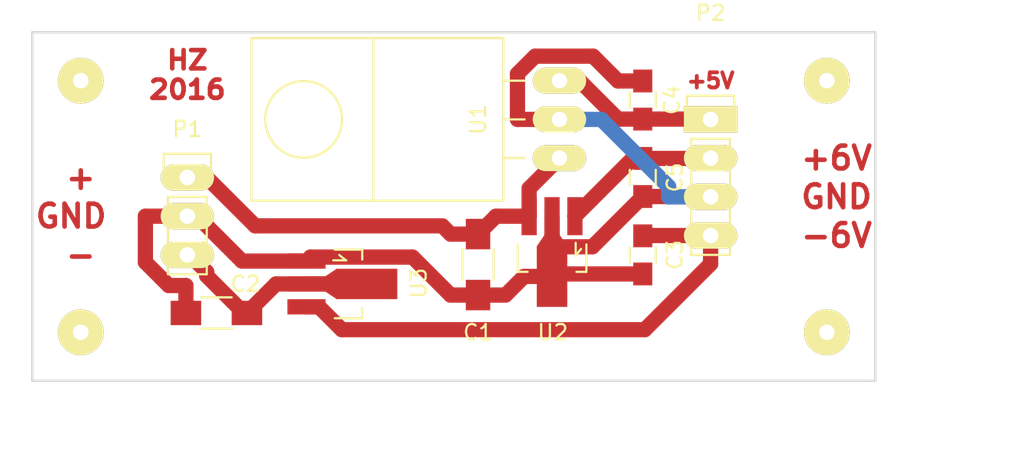
<source format=kicad_pcb>
(kicad_pcb (version 20171130) (host pcbnew "(5.1.12)-1")

  (general
    (thickness 1.6)
    (drawings 14)
    (tracks 77)
    (zones 0)
    (modules 14)
    (nets 7)
  )

  (page A4)
  (layers
    (0 F.Cu signal)
    (31 B.Cu signal)
    (32 B.Adhes user)
    (33 F.Adhes user)
    (34 B.Paste user)
    (35 F.Paste user)
    (36 B.SilkS user)
    (37 F.SilkS user)
    (38 B.Mask user)
    (39 F.Mask user hide)
    (40 Dwgs.User user)
    (41 Cmts.User user)
    (42 Eco1.User user)
    (43 Eco2.User user)
    (44 Edge.Cuts user)
    (45 Margin user)
    (46 B.CrtYd user)
    (47 F.CrtYd user)
    (48 B.Fab user)
    (49 F.Fab user)
  )

  (setup
    (last_trace_width 1)
    (trace_clearance 0.25)
    (zone_clearance 0.8)
    (zone_45_only no)
    (trace_min 0.2)
    (via_size 0.8)
    (via_drill 0.4)
    (via_min_size 0.4)
    (via_min_drill 0.3)
    (uvia_size 0.3)
    (uvia_drill 0.1)
    (uvias_allowed no)
    (uvia_min_size 0.2)
    (uvia_min_drill 0.1)
    (edge_width 0.15)
    (segment_width 0.2)
    (pcb_text_width 0.3)
    (pcb_text_size 1.5 1.5)
    (mod_edge_width 0.15)
    (mod_text_size 1 1)
    (mod_text_width 0.15)
    (pad_size 3 3)
    (pad_drill 1.016)
    (pad_to_mask_clearance 0.2)
    (aux_axis_origin 0 0)
    (visible_elements 7FFFFFFF)
    (pcbplotparams
      (layerselection 0x00000_7fffffff)
      (usegerberextensions false)
      (usegerberattributes true)
      (usegerberadvancedattributes true)
      (creategerberjobfile true)
      (excludeedgelayer true)
      (linewidth 0.100000)
      (plotframeref false)
      (viasonmask false)
      (mode 1)
      (useauxorigin false)
      (hpglpennumber 1)
      (hpglpenspeed 20)
      (hpglpendiameter 15.000000)
      (psnegative true)
      (psa4output false)
      (plotreference true)
      (plotvalue true)
      (plotinvisibletext false)
      (padsonsilk false)
      (subtractmaskfromsilk false)
      (outputformat 2)
      (mirror true)
      (drillshape 1)
      (scaleselection 1)
      (outputdirectory ""))
  )

  (net 0 "")
  (net 1 GND)
  (net 2 /-6V)
  (net 3 /+5V)
  (net 4 /+6V)
  (net 5 /+15V)
  (net 6 /-15V)

  (net_class Default "This is the default net class."
    (clearance 0.25)
    (trace_width 1)
    (via_dia 0.8)
    (via_drill 0.4)
    (uvia_dia 0.3)
    (uvia_drill 0.1)
    (add_net /+15V)
    (add_net /+5V)
    (add_net /+6V)
    (add_net /-15V)
    (add_net /-6V)
    (add_net GND)
  )

  (module Pin_Headers:Pin_Header_Straight_1x01 locked (layer F.Cu) (tedit 7FFFFFFF) (tstamp 581BDCE9)
    (at 162.56 70.485)
    (descr "Through hole pin header")
    (tags "pin header")
    (fp_text reference R_4 (at 0 -5.1) (layer F.SilkS) hide
      (effects (font (size 1 1) (thickness 0.15)))
    )
    (fp_text value D (at 0 -3.1) (layer F.Fab) hide
      (effects (font (size 1 1) (thickness 0.15)))
    )
    (pad 1 thru_hole circle (at 0 0) (size 3 3) (drill 1.016) (layers *.Cu *.Mask F.SilkS))
  )

  (module Pin_Headers:Pin_Header_Straight_1x01 locked (layer F.Cu) (tedit 7FFFFFFF) (tstamp 581BDCE1)
    (at 162.56 53.975)
    (descr "Through hole pin header")
    (tags "pin header")
    (fp_text reference R_3 (at 0 -5.1) (layer F.SilkS) hide
      (effects (font (size 1 1) (thickness 0.15)))
    )
    (fp_text value D (at 0 -3.1) (layer F.Fab) hide
      (effects (font (size 1 1) (thickness 0.15)))
    )
    (pad 1 thru_hole circle (at 0 0) (size 3 3) (drill 1.016) (layers *.Cu *.Mask F.SilkS))
  )

  (module Pin_Headers:Pin_Header_Straight_1x01 locked (layer F.Cu) (tedit 7FFFFFFF) (tstamp 581BDCD8)
    (at 113.665 70.485)
    (descr "Through hole pin header")
    (tags "pin header")
    (fp_text reference R_2 (at 0 -5.1) (layer F.SilkS) hide
      (effects (font (size 1 1) (thickness 0.15)))
    )
    (fp_text value D (at 0 -3.1) (layer F.Fab) hide
      (effects (font (size 1 1) (thickness 0.15)))
    )
    (pad 1 thru_hole circle (at 0 0) (size 3 3) (drill 1.016) (layers *.Cu *.Mask F.SilkS))
  )

  (module Pin_Headers:Pin_Header_Straight_1x01 locked (layer F.Cu) (tedit 7FFFFFFF) (tstamp 581BDC31)
    (at 113.665 53.975)
    (descr "Through hole pin header")
    (tags "pin header")
    (fp_text reference R (at 0 -5.1) (layer F.SilkS) hide
      (effects (font (size 1 1) (thickness 0.15)))
    )
    (fp_text value D (at 0 -3.1) (layer F.Fab) hide
      (effects (font (size 1 1) (thickness 0.15)))
    )
    (pad 1 thru_hole circle (at 0 0) (size 3 3) (drill 1.016) (layers *.Cu *.Mask F.SilkS))
  )

  (module Capacitors_SMD:C_1206_HandSoldering (layer F.Cu) (tedit 7FFFFFFF) (tstamp 5819C585)
    (at 139.7 66.04 270)
    (descr "Capacitor SMD 1206, hand soldering")
    (tags "capacitor 1206")
    (path /58182486)
    (attr smd)
    (fp_text reference C1 (at 4.445 0) (layer F.SilkS)
      (effects (font (size 1 1) (thickness 0.15)))
    )
    (fp_text value 10u (at 0 2.3 270) (layer F.Fab)
      (effects (font (size 1 1) (thickness 0.15)))
    )
    (fp_line (start -1 1.025) (end 1 1.025) (layer F.SilkS) (width 0.15))
    (fp_line (start 1 -1.025) (end -1 -1.025) (layer F.SilkS) (width 0.15))
    (fp_line (start 3.3 -1.15) (end 3.3 1.15) (layer F.CrtYd) (width 0.05))
    (fp_line (start -3.3 -1.15) (end -3.3 1.15) (layer F.CrtYd) (width 0.05))
    (fp_line (start -3.3 1.15) (end 3.3 1.15) (layer F.CrtYd) (width 0.05))
    (fp_line (start -3.3 -1.15) (end 3.3 -1.15) (layer F.CrtYd) (width 0.05))
    (pad 1 smd rect (at -2 0 270) (size 2 1.6) (layers F.Cu F.Paste F.Mask)
      (net 5 /+15V))
    (pad 2 smd rect (at 2 0 270) (size 2 1.6) (layers F.Cu F.Paste F.Mask)
      (net 1 GND))
    (model Capacitors_SMD.3dshapes/C_1206_HandSoldering.wrl
      (at (xyz 0 0 0))
      (scale (xyz 1 1 1))
      (rotate (xyz 0 0 0))
    )
  )

  (module Capacitors_SMD:C_1206_HandSoldering (layer F.Cu) (tedit 7FFFFFFF) (tstamp 5819C591)
    (at 122.555 69.215 180)
    (descr "Capacitor SMD 1206, hand soldering")
    (tags "capacitor 1206")
    (path /581825EB)
    (attr smd)
    (fp_text reference C2 (at -1.905 1.905 180) (layer F.SilkS)
      (effects (font (size 1 1) (thickness 0.15)))
    )
    (fp_text value 10u (at 0 2.3 180) (layer F.Fab)
      (effects (font (size 1 1) (thickness 0.15)))
    )
    (fp_line (start -3.3 -1.15) (end 3.3 -1.15) (layer F.CrtYd) (width 0.05))
    (fp_line (start -3.3 1.15) (end 3.3 1.15) (layer F.CrtYd) (width 0.05))
    (fp_line (start -3.3 -1.15) (end -3.3 1.15) (layer F.CrtYd) (width 0.05))
    (fp_line (start 3.3 -1.15) (end 3.3 1.15) (layer F.CrtYd) (width 0.05))
    (fp_line (start 1 -1.025) (end -1 -1.025) (layer F.SilkS) (width 0.15))
    (fp_line (start -1 1.025) (end 1 1.025) (layer F.SilkS) (width 0.15))
    (pad 2 smd rect (at 2 0 180) (size 2 1.6) (layers F.Cu F.Paste F.Mask)
      (net 1 GND))
    (pad 1 smd rect (at -2 0 180) (size 2 1.6) (layers F.Cu F.Paste F.Mask)
      (net 6 /-15V))
    (model Capacitors_SMD.3dshapes/C_1206_HandSoldering.wrl
      (at (xyz 0 0 0))
      (scale (xyz 1 1 1))
      (rotate (xyz 0 0 0))
    )
  )

  (module Capacitors_SMD:C_0805_HandSoldering (layer F.Cu) (tedit 7FFFFFFF) (tstamp 5819C59D)
    (at 150.495 65.405 270)
    (descr "Capacitor SMD 0805, hand soldering")
    (tags "capacitor 0805")
    (path /58182A0E)
    (attr smd)
    (fp_text reference C3 (at 0 -2.1 270) (layer F.SilkS)
      (effects (font (size 1 1) (thickness 0.15)))
    )
    (fp_text value 100n (at 0 2.1 270) (layer F.Fab)
      (effects (font (size 1 1) (thickness 0.15)))
    )
    (fp_line (start -0.5 0.85) (end 0.5 0.85) (layer F.SilkS) (width 0.15))
    (fp_line (start 0.5 -0.85) (end -0.5 -0.85) (layer F.SilkS) (width 0.15))
    (fp_line (start 2.3 -1) (end 2.3 1) (layer F.CrtYd) (width 0.05))
    (fp_line (start -2.3 -1) (end -2.3 1) (layer F.CrtYd) (width 0.05))
    (fp_line (start -2.3 1) (end 2.3 1) (layer F.CrtYd) (width 0.05))
    (fp_line (start -2.3 -1) (end 2.3 -1) (layer F.CrtYd) (width 0.05))
    (pad 1 smd rect (at -1.25 0 270) (size 1.5 1.25) (layers F.Cu F.Paste F.Mask)
      (net 2 /-6V))
    (pad 2 smd rect (at 1.25 0 270) (size 1.5 1.25) (layers F.Cu F.Paste F.Mask)
      (net 1 GND))
    (model Capacitors_SMD.3dshapes/C_0805_HandSoldering.wrl
      (at (xyz 0 0 0))
      (scale (xyz 1 1 1))
      (rotate (xyz 0 0 0))
    )
  )

  (module Capacitors_SMD:C_0805_HandSoldering (layer F.Cu) (tedit 7FFFFFFF) (tstamp 5819C5A9)
    (at 150.495 55.245 90)
    (descr "Capacitor SMD 0805, hand soldering")
    (tags "capacitor 0805")
    (path /5818283B)
    (attr smd)
    (fp_text reference C4 (at 0 1.905 90) (layer F.SilkS)
      (effects (font (size 1 1) (thickness 0.15)))
    )
    (fp_text value 100n (at 0 -1.905 90) (layer F.Fab)
      (effects (font (size 1 1) (thickness 0.15)))
    )
    (fp_line (start -0.5 0.85) (end 0.5 0.85) (layer F.SilkS) (width 0.15))
    (fp_line (start 0.5 -0.85) (end -0.5 -0.85) (layer F.SilkS) (width 0.15))
    (fp_line (start 2.3 -1) (end 2.3 1) (layer F.CrtYd) (width 0.05))
    (fp_line (start -2.3 -1) (end -2.3 1) (layer F.CrtYd) (width 0.05))
    (fp_line (start -2.3 1) (end 2.3 1) (layer F.CrtYd) (width 0.05))
    (fp_line (start -2.3 -1) (end 2.3 -1) (layer F.CrtYd) (width 0.05))
    (pad 1 smd rect (at -1.25 0 90) (size 1.5 1.25) (layers F.Cu F.Paste F.Mask)
      (net 3 /+5V))
    (pad 2 smd rect (at 1.25 0 90) (size 1.5 1.25) (layers F.Cu F.Paste F.Mask)
      (net 1 GND))
    (model Capacitors_SMD.3dshapes/C_0805_HandSoldering.wrl
      (at (xyz 0 0 0))
      (scale (xyz 1 1 1))
      (rotate (xyz 0 0 0))
    )
  )

  (module Capacitors_SMD:C_0805_HandSoldering (layer F.Cu) (tedit 7FFFFFFF) (tstamp 5819C5B5)
    (at 150.495 60.325 270)
    (descr "Capacitor SMD 0805, hand soldering")
    (tags "capacitor 0805")
    (path /581829A1)
    (attr smd)
    (fp_text reference C5 (at 0 -2.1 270) (layer F.SilkS)
      (effects (font (size 1 1) (thickness 0.15)))
    )
    (fp_text value 100n (at 0 2.1 270) (layer F.Fab)
      (effects (font (size 1 1) (thickness 0.15)))
    )
    (fp_line (start -2.3 -1) (end 2.3 -1) (layer F.CrtYd) (width 0.05))
    (fp_line (start -2.3 1) (end 2.3 1) (layer F.CrtYd) (width 0.05))
    (fp_line (start -2.3 -1) (end -2.3 1) (layer F.CrtYd) (width 0.05))
    (fp_line (start 2.3 -1) (end 2.3 1) (layer F.CrtYd) (width 0.05))
    (fp_line (start 0.5 -0.85) (end -0.5 -0.85) (layer F.SilkS) (width 0.15))
    (fp_line (start -0.5 0.85) (end 0.5 0.85) (layer F.SilkS) (width 0.15))
    (pad 2 smd rect (at 1.25 0 270) (size 1.5 1.25) (layers F.Cu F.Paste F.Mask)
      (net 1 GND))
    (pad 1 smd rect (at -1.25 0 270) (size 1.5 1.25) (layers F.Cu F.Paste F.Mask)
      (net 4 /+6V))
    (model Capacitors_SMD.3dshapes/C_0805_HandSoldering.wrl
      (at (xyz 0 0 0))
      (scale (xyz 1 1 1))
      (rotate (xyz 0 0 0))
    )
  )

  (module Pin_Headers:Pin_Header_Straight_1x03 (layer F.Cu) (tedit 7FFFFFFF) (tstamp 5819C5C7)
    (at 120.65 60.325)
    (descr "Through hole pin header")
    (tags "pin header")
    (path /58181C96)
    (fp_text reference P1 (at 0 -3.175) (layer F.SilkS)
      (effects (font (size 1 1) (thickness 0.15)))
    )
    (fp_text value CONN_01X03 (at -11.43 0.635 90) (layer F.Fab)
      (effects (font (size 1 1) (thickness 0.15)))
    )
    (fp_line (start -1.55 -1.55) (end 1.55 -1.55) (layer F.SilkS) (width 0.15))
    (fp_line (start -1.55 0) (end -1.55 -1.55) (layer F.SilkS) (width 0.15))
    (fp_line (start 1.27 1.27) (end -1.27 1.27) (layer F.SilkS) (width 0.15))
    (fp_line (start 1.55 -1.55) (end 1.55 0) (layer F.SilkS) (width 0.15))
    (fp_line (start 1.27 6.35) (end 1.27 1.27) (layer F.SilkS) (width 0.15))
    (fp_line (start -1.27 6.35) (end 1.27 6.35) (layer F.SilkS) (width 0.15))
    (fp_line (start -1.27 1.27) (end -1.27 6.35) (layer F.SilkS) (width 0.15))
    (fp_line (start -1.75 6.85) (end 1.75 6.85) (layer F.CrtYd) (width 0.05))
    (fp_line (start -1.75 -1.75) (end 1.75 -1.75) (layer F.CrtYd) (width 0.05))
    (fp_line (start 1.75 -1.75) (end 1.75 6.85) (layer F.CrtYd) (width 0.05))
    (fp_line (start -1.75 -1.75) (end -1.75 6.85) (layer F.CrtYd) (width 0.05))
    (pad 1 thru_hole oval (at 0 0) (size 3.5 1.7272) (drill 1.016) (layers *.Cu *.Mask F.SilkS)
      (net 5 /+15V))
    (pad 2 thru_hole oval (at 0 2.54) (size 3.5 1.7272) (drill 1.016) (layers *.Cu *.Mask F.SilkS)
      (net 1 GND))
    (pad 3 thru_hole oval (at 0 5.08) (size 3.5 1.7272) (drill 1.016) (layers *.Cu *.Mask F.SilkS)
      (net 6 /-15V))
    (model Pin_Headers.3dshapes/Pin_Header_Straight_1x03.wrl
      (offset (xyz 0 -2.539999961853027 0))
      (scale (xyz 1 1 1))
      (rotate (xyz 0 0 90))
    )
  )

  (module Pin_Headers:Pin_Header_Straight_1x04 (layer F.Cu) (tedit 7FFFFFFF) (tstamp 5819C5DA)
    (at 154.94 56.515)
    (descr "Through hole pin header")
    (tags "pin header")
    (path /58181D0A)
    (fp_text reference P2 (at 0 -6.985) (layer F.SilkS)
      (effects (font (size 1 1) (thickness 0.15)))
    )
    (fp_text value CONN_01X04 (at 12.065 1.905 90) (layer F.Fab)
      (effects (font (size 1 1) (thickness 0.15)))
    )
    (fp_line (start -1.55 -1.55) (end 1.55 -1.55) (layer F.SilkS) (width 0.15))
    (fp_line (start -1.55 0) (end -1.55 -1.55) (layer F.SilkS) (width 0.15))
    (fp_line (start 1.27 1.27) (end -1.27 1.27) (layer F.SilkS) (width 0.15))
    (fp_line (start -1.27 8.89) (end 1.27 8.89) (layer F.SilkS) (width 0.15))
    (fp_line (start 1.55 -1.55) (end 1.55 0) (layer F.SilkS) (width 0.15))
    (fp_line (start 1.27 1.27) (end 1.27 8.89) (layer F.SilkS) (width 0.15))
    (fp_line (start -1.27 1.27) (end -1.27 8.89) (layer F.SilkS) (width 0.15))
    (fp_line (start -1.75 9.4) (end 1.75 9.4) (layer F.CrtYd) (width 0.05))
    (fp_line (start -1.75 -1.75) (end 1.75 -1.75) (layer F.CrtYd) (width 0.05))
    (fp_line (start 1.75 -1.75) (end 1.75 9.4) (layer F.CrtYd) (width 0.05))
    (fp_line (start -1.75 -1.75) (end -1.75 9.4) (layer F.CrtYd) (width 0.05))
    (pad 1 thru_hole rect (at 0 0) (size 3.5 1.7272) (drill 1.016) (layers *.Cu *.Mask F.SilkS)
      (net 3 /+5V))
    (pad 2 thru_hole oval (at 0 2.54) (size 3.5 1.7272) (drill 1.016) (layers *.Cu *.Mask F.SilkS)
      (net 4 /+6V))
    (pad 3 thru_hole oval (at 0 5.08) (size 3.5 1.7272) (drill 1.016) (layers *.Cu *.Mask F.SilkS)
      (net 1 GND))
    (pad 4 thru_hole oval (at 0 7.62) (size 3.5 1.7272) (drill 1.016) (layers *.Cu *.Mask F.SilkS)
      (net 2 /-6V))
    (model Pin_Headers.3dshapes/Pin_Header_Straight_1x04.wrl
      (offset (xyz 0 -3.809999942779541 0))
      (scale (xyz 1 1 1))
      (rotate (xyz 0 0 90))
    )
  )

  (module TO_SOT_Packages_SMD:SOT89-3_Housing_Handsoldering (layer F.Cu) (tedit 7FFFFFFF) (tstamp 5819C60E)
    (at 130.81 67.31 270)
    (descr "SOT89-3, Housing, Handsoldering,")
    (tags "SOT89-3, Housing, Handsoldering,")
    (path /5818204B)
    (attr smd)
    (fp_text reference U3 (at -0.0508 -5.00126 270) (layer F.SilkS)
      (effects (font (size 1 1) (thickness 0.15)))
    )
    (fp_text value 79L06 (at 7.62 0.635) (layer F.Fab)
      (effects (font (size 1 1) (thickness 0.15)))
    )
    (fp_line (start 2.25044 -1.30048) (end 1.6002 -1.30048) (layer F.SilkS) (width 0.15))
    (fp_line (start 2.25044 -1.30048) (end 2.25044 0.50038) (layer F.SilkS) (width 0.15))
    (fp_line (start -2.25044 -1.30048) (end -1.6002 -1.30048) (layer F.SilkS) (width 0.15))
    (fp_line (start -2.25044 -1.30048) (end -2.25044 0.50038) (layer F.SilkS) (width 0.15))
    (fp_line (start -1.5494 -0.24892) (end -1.5494 0.59944) (layer F.SilkS) (width 0.15))
    (fp_line (start -1.651 -0.09906) (end -1.5494 -0.24892) (layer F.SilkS) (width 0.15))
    (fp_line (start -1.89992 0.20066) (end -1.651 -0.09906) (layer F.SilkS) (width 0.15))
    (pad 1 smd rect (at -1.50114 2.35204 270) (size 1.00076 2.5019) (layers F.Cu F.Paste F.Mask)
      (net 1 GND))
    (pad 2 smd rect (at 0 2.35204 270) (size 1.00076 2.5019) (layers F.Cu F.Paste F.Mask)
      (net 6 /-15V))
    (pad 3 smd rect (at 1.50114 2.35204 270) (size 1.00076 2.5019) (layers F.Cu F.Paste F.Mask)
      (net 2 /-6V))
    (pad 2 smd rect (at 0 -1.6002 270) (size 1.99898 4.0005) (layers F.Cu F.Paste F.Mask)
      (net 6 /-15V))
    (pad 2 smd trapezoid (at 0 0.7493 90) (size 1.50114 0.7493) (rect_delta 0 0.50038 ) (layers F.Cu F.Paste F.Mask)
      (net 6 /-15V))
    (model TO_SOT_Packages_SMD.3dshapes/SOT89-3_Housing_Handsoldering.wrl
      (at (xyz 0 0 0))
      (scale (xyz 0.3937 0.3937 0.3937))
      (rotate (xyz 0 0 0))
    )
  )

  (module TO_SOT_Packages_THT:TO-220_Neutral123_Horizontal_LargePads (layer F.Cu) (tedit 7FFFFFFF) (tstamp 581A2F6E)
    (at 145.034 56.515 90)
    (descr "TO-220, Neutral, Horizontal, Large Pads,")
    (tags "TO-220, Neutral, Horizontal, Large Pads,")
    (path /58182EC0)
    (fp_text reference U1 (at 0 -5.334 90) (layer F.SilkS)
      (effects (font (size 1 1) (thickness 0.15)))
    )
    (fp_text value 7805 (at 0 -7.239 90) (layer F.Fab)
      (effects (font (size 1 1) (thickness 0.15)))
    )
    (fp_circle (center 0 -16.764) (end 1.778 -14.986) (layer F.SilkS) (width 0.15))
    (fp_line (start 0 -3.683) (end 5.334 -3.683) (layer F.SilkS) (width 0.15))
    (fp_line (start 0 -3.683) (end -5.334 -3.683) (layer F.SilkS) (width 0.15))
    (fp_line (start -5.334 -12.192) (end -5.334 -3.683) (layer F.SilkS) (width 0.15))
    (fp_line (start 5.334 -12.192) (end -5.334 -12.192) (layer F.SilkS) (width 0.15))
    (fp_line (start 5.334 -3.683) (end 5.334 -12.192) (layer F.SilkS) (width 0.15))
    (fp_line (start -5.334 -20.193) (end -5.334 -12.192) (layer F.SilkS) (width 0.15))
    (fp_line (start 5.334 -20.193) (end -5.334 -20.193) (layer F.SilkS) (width 0.15))
    (fp_line (start 5.334 -12.192) (end 5.334 -20.193) (layer F.SilkS) (width 0.15))
    (fp_line (start 2.54 -3.683) (end 2.54 -2.286) (layer F.SilkS) (width 0.15))
    (fp_line (start 0 -3.683) (end 0 -2.286) (layer F.SilkS) (width 0.15))
    (fp_line (start -2.54 -3.683) (end -2.54 -2.286) (layer F.SilkS) (width 0.15))
    (pad 2 thru_hole oval (at 0 0 180) (size 3.50012 1.69926) (drill 1.00076) (layers *.Cu *.Mask F.SilkS)
      (net 1 GND))
    (pad 1 thru_hole oval (at -2.54 0 180) (size 3.50012 1.69926) (drill 1.00076) (layers *.Cu *.Mask F.SilkS)
      (net 5 /+15V))
    (pad 3 thru_hole oval (at 2.54 0 180) (size 3.50012 1.69926) (drill 1.00076) (layers *.Cu *.Mask F.SilkS)
      (net 3 /+5V))
    (pad "" np_thru_hole circle (at 0 -16.764 180) (size 3.79984 3.79984) (drill 3.79984) (layers *.Cu *.Mask F.SilkS))
    (model TO_SOT_Packages_THT.3dshapes/TO-220_Neutral123_Horizontal_LargePads.wrl
      (at (xyz 0 0 0))
      (scale (xyz 0.3937 0.3937 0.3937))
      (rotate (xyz 0 0 0))
    )
  )

  (module TO_SOT_Packages_SMD:SOT89-3_Housing_Handsoldering (layer F.Cu) (tedit 7FFFFFFF) (tstamp 581A2F81)
    (at 144.549 65.217 180)
    (descr "SOT89-3, Housing, Handsoldering,")
    (tags "SOT89-3, Housing, Handsoldering,")
    (path /58182120)
    (attr smd)
    (fp_text reference U2 (at -0.0508 -5.26796 180) (layer F.SilkS)
      (effects (font (size 1 1) (thickness 0.15)))
    )
    (fp_text value 78L06 (at -0.14986 -9.71296 180) (layer F.Fab)
      (effects (font (size 1 1) (thickness 0.15)))
    )
    (fp_line (start 2.25044 -1.30048) (end 1.6002 -1.30048) (layer F.SilkS) (width 0.15))
    (fp_line (start 2.25044 -1.30048) (end 2.25044 0.50038) (layer F.SilkS) (width 0.15))
    (fp_line (start -2.25044 -1.30048) (end -1.6002 -1.30048) (layer F.SilkS) (width 0.15))
    (fp_line (start -2.25044 -1.30048) (end -2.25044 0.50038) (layer F.SilkS) (width 0.15))
    (fp_line (start -1.5494 -0.24892) (end -1.5494 0.59944) (layer F.SilkS) (width 0.15))
    (fp_line (start -1.651 -0.09906) (end -1.5494 -0.24892) (layer F.SilkS) (width 0.15))
    (fp_line (start -1.89992 0.20066) (end -1.651 -0.09906) (layer F.SilkS) (width 0.15))
    (pad 1 smd rect (at -1.50114 2.35204 180) (size 1.00076 2.5019) (layers F.Cu F.Paste F.Mask)
      (net 4 /+6V))
    (pad 2 smd rect (at 0 2.35204 180) (size 1.00076 2.5019) (layers F.Cu F.Paste F.Mask)
      (net 1 GND))
    (pad 3 smd rect (at 1.50114 2.35204 180) (size 1.00076 2.5019) (layers F.Cu F.Paste F.Mask)
      (net 5 /+15V))
    (pad 2 smd rect (at 0 -1.6002 180) (size 1.99898 4.0005) (layers F.Cu F.Paste F.Mask)
      (net 1 GND))
    (pad 2 smd trapezoid (at 0 0.7493) (size 1.50114 0.7493) (rect_delta 0 0.50038 ) (layers F.Cu F.Paste F.Mask)
      (net 1 GND))
    (model TO_SOT_Packages_SMD.3dshapes/SOT89-3_Housing_Handsoldering.wrl
      (at (xyz 0 0 0))
      (scale (xyz 0.3937 0.3937 0.3937))
      (rotate (xyz 0 0 0))
    )
  )

  (gr_text - (at 113.665 65.405) (layer F.Cu) (tstamp 581BDDB0)
    (effects (font (size 1.5 1.5) (thickness 0.3)))
  )
  (gr_text + (at 113.665 60.325) (layer F.Cu) (tstamp 581BDDAF)
    (effects (font (size 1.5 1.5) (thickness 0.3)))
  )
  (gr_text GND (at 113.03 62.865) (layer F.Cu) (tstamp 581BDDAE)
    (effects (font (size 1.5 1.5) (thickness 0.3)))
  )
  (gr_text -6V (at 163.195 64.135) (layer F.Cu) (tstamp 581BDDA1)
    (effects (font (size 1.5 1.5) (thickness 0.3)))
  )
  (gr_text GND (at 163.195 61.595) (layer F.Cu) (tstamp 581BDDA0)
    (effects (font (size 1.5 1.5) (thickness 0.3)))
  )
  (gr_text +6V (at 163.195 59.055) (layer F.Cu) (tstamp 581BDD9F)
    (effects (font (size 1.5 1.5) (thickness 0.3)))
  )
  (gr_text +5V (at 154.94 53.975) (layer F.Cu)
    (effects (font (size 1 1) (thickness 0.25)))
  )
  (gr_text "HZ\n2016" (at 120.65 53.594) (layer F.Cu)
    (effects (font (size 1.2 1.3) (thickness 0.3)))
  )
  (dimension 55.245 (width 0.3) (layer Dwgs.User)
    (gr_text "55.245 mm" (at 138.1125 78.82) (layer Dwgs.User)
      (effects (font (size 1.5 1.5) (thickness 0.3)))
    )
    (feature1 (pts (xy 165.735 74.93) (xy 165.735 80.17)))
    (feature2 (pts (xy 110.49 74.93) (xy 110.49 80.17)))
    (crossbar (pts (xy 110.49 77.47) (xy 165.735 77.47)))
    (arrow1a (pts (xy 165.735 77.47) (xy 164.608496 78.056421)))
    (arrow1b (pts (xy 165.735 77.47) (xy 164.608496 76.883579)))
    (arrow2a (pts (xy 110.49 77.47) (xy 111.616504 78.056421)))
    (arrow2b (pts (xy 110.49 77.47) (xy 111.616504 76.883579)))
  )
  (dimension 22.86 (width 0.3) (layer Dwgs.User)
    (gr_text "22.860 mm" (at 172.8 62.23 270) (layer Dwgs.User)
      (effects (font (size 1.5 1.5) (thickness 0.3)))
    )
    (feature1 (pts (xy 168.91 73.66) (xy 174.15 73.66)))
    (feature2 (pts (xy 168.91 50.8) (xy 174.15 50.8)))
    (crossbar (pts (xy 171.45 50.8) (xy 171.45 73.66)))
    (arrow1a (pts (xy 171.45 73.66) (xy 170.863579 72.533496)))
    (arrow1b (pts (xy 171.45 73.66) (xy 172.036421 72.533496)))
    (arrow2a (pts (xy 171.45 50.8) (xy 170.863579 51.926504)))
    (arrow2b (pts (xy 171.45 50.8) (xy 172.036421 51.926504)))
  )
  (gr_line (start 110.49 73.66) (end 110.49 50.8) (layer Edge.Cuts) (width 0.15))
  (gr_line (start 165.735 73.66) (end 110.49 73.66) (layer Edge.Cuts) (width 0.15))
  (gr_line (start 165.735 50.8) (end 165.735 73.66) (layer Edge.Cuts) (width 0.15))
  (gr_line (start 110.49 50.8) (end 165.735 50.8) (layer Edge.Cuts) (width 0.15))

  (segment (start 120.65 62.865) (end 117.9 62.865) (width 1) (layer F.Cu) (net 1))
  (segment (start 120.555 69.215) (end 120.555 67.415) (width 1) (layer F.Cu) (net 1))
  (segment (start 120.65 62.865) (end 121.285 62.865) (width 1) (layer F.Cu) (net 1))
  (segment (start 121.285 62.865) (end 124.2289 65.8089) (width 1) (layer F.Cu) (net 1))
  (segment (start 124.2289 65.8089) (end 128.458 65.8089) (width 1) (layer F.Cu) (net 1))
  (segment (start 120.555 67.415) (end 119.43 67.415) (width 1) (layer F.Cu) (net 1))
  (segment (start 119.43 67.415) (end 117.9 65.885) (width 1) (layer F.Cu) (net 1))
  (segment (start 117.9 65.885) (end 117.9 62.865) (width 1) (layer F.Cu) (net 1))
  (segment (start 150.495 66.655) (end 144.7112 66.655) (width 1) (layer F.Cu) (net 1))
  (segment (start 144.7112 66.655) (end 144.549 66.8172) (width 1) (layer F.Cu) (net 1))
  (segment (start 145.034 56.515) (end 142.2839 56.515) (width 1) (layer F.Cu) (net 1))
  (segment (start 150.495 53.995) (end 148.87 53.995) (width 1) (layer F.Cu) (net 1))
  (segment (start 148.87 53.995) (end 147.2419 52.3669) (width 1) (layer F.Cu) (net 1))
  (segment (start 147.2419 52.3669) (end 143.4421 52.3669) (width 1) (layer F.Cu) (net 1))
  (segment (start 143.4421 52.3669) (end 142.2839 53.5251) (width 1) (layer F.Cu) (net 1))
  (segment (start 142.2839 53.5251) (end 142.2839 56.515) (width 1) (layer F.Cu) (net 1))
  (segment (start 150.495 61.575) (end 147.1973 64.8727) (width 1) (layer F.Cu) (net 1))
  (segment (start 147.1973 64.8727) (end 144.954 64.8727) (width 1) (layer F.Cu) (net 1))
  (segment (start 144.954 64.8727) (end 144.549 64.4677) (width 1) (layer F.Cu) (net 1))
  (segment (start 151.3075 61.575) (end 150.495 61.575) (width 1) (layer F.Cu) (net 1))
  (segment (start 151.3075 61.575) (end 152.12 61.575) (width 1) (layer F.Cu) (net 1))
  (segment (start 154.94 61.595) (end 152.14 61.595) (width 1) (layer F.Cu) (net 1))
  (segment (start 152.14 61.595) (end 152.12 61.575) (width 1) (layer F.Cu) (net 1))
  (segment (start 139.7 68.04) (end 137.9 68.04) (width 1) (layer F.Cu) (net 1))
  (segment (start 128.458 65.8089) (end 128.7192 65.5477) (width 1) (layer F.Cu) (net 1))
  (segment (start 128.7192 65.5477) (end 135.4077 65.5477) (width 1) (layer F.Cu) (net 1))
  (segment (start 135.4077 65.5477) (end 137.9 68.04) (width 1) (layer F.Cu) (net 1))
  (segment (start 144.549 64.4677) (end 144.549 66.8172) (width 1) (layer F.Cu) (net 1))
  (segment (start 144.549 66.8172) (end 142.7228 66.8172) (width 1) (layer F.Cu) (net 1))
  (segment (start 142.7228 66.8172) (end 141.5 68.04) (width 1) (layer F.Cu) (net 1))
  (segment (start 144.549 64.4677) (end 144.549 62.865) (width 1) (layer F.Cu) (net 1))
  (segment (start 139.7 68.04) (end 141.5 68.04) (width 1) (layer F.Cu) (net 1))
  (segment (start 154.94 61.595) (end 152.19 61.595) (width 1) (layer B.Cu) (net 1))
  (segment (start 145.034 56.515) (end 147.7841 56.515) (width 1) (layer B.Cu) (net 1))
  (segment (start 147.7841 56.515) (end 152.19 60.9209) (width 1) (layer B.Cu) (net 1))
  (segment (start 152.19 60.9209) (end 152.19 61.595) (width 1) (layer B.Cu) (net 1))
  (segment (start 128.458 68.8111) (end 129.273 68.8111) (width 1) (layer F.Cu) (net 2))
  (segment (start 129.273 68.8111) (end 130.773 70.3115) (width 1) (layer F.Cu) (net 2))
  (segment (start 130.773 70.3115) (end 150.627 70.3115) (width 1) (layer F.Cu) (net 2))
  (segment (start 150.627 70.3115) (end 154.94 65.9986) (width 1) (layer F.Cu) (net 2))
  (segment (start 154.94 65.9986) (end 154.94 64.135) (width 1) (layer F.Cu) (net 2))
  (segment (start 154.94 64.135) (end 150.515 64.135) (width 1) (layer F.Cu) (net 2))
  (segment (start 150.515 64.135) (end 150.495 64.155) (width 1) (layer F.Cu) (net 2))
  (segment (start 145.034 53.975) (end 146.35 53.975) (width 1) (layer F.Cu) (net 3))
  (segment (start 146.35 53.975) (end 148.87 56.495) (width 1) (layer F.Cu) (net 3))
  (segment (start 148.87 56.495) (end 150.495 56.495) (width 1) (layer F.Cu) (net 3))
  (segment (start 150.495 56.495) (end 154.92 56.495) (width 1) (layer F.Cu) (net 3))
  (segment (start 154.92 56.495) (end 154.94 56.515) (width 1) (layer F.Cu) (net 3))
  (segment (start 146.0501 62.8649) (end 146.0501 62.865) (width 1) (layer F.Cu) (net 4))
  (segment (start 150.495 59.075) (end 149.84 59.075) (width 1) (layer F.Cu) (net 4))
  (segment (start 149.84 59.075) (end 146.0501 62.8649) (width 1) (layer F.Cu) (net 4))
  (segment (start 146.0501 62.8649) (end 146.05 62.865) (width 1) (layer F.Cu) (net 4))
  (segment (start 150.495 59.075) (end 154.92 59.075) (width 1) (layer F.Cu) (net 4))
  (segment (start 154.92 59.075) (end 154.94 59.055) (width 1) (layer F.Cu) (net 4))
  (segment (start 143.0479 62.865) (end 140.875 62.865) (width 1) (layer F.Cu) (net 5))
  (segment (start 140.875 62.865) (end 139.7 64.04) (width 1) (layer F.Cu) (net 5))
  (segment (start 145.034 59.055) (end 143.048 61.0413) (width 1) (layer F.Cu) (net 5))
  (segment (start 143.048 61.0413) (end 143.048 62.865) (width 1) (layer F.Cu) (net 5))
  (segment (start 143.048 62.865) (end 143.0479 62.865) (width 1) (layer F.Cu) (net 5))
  (segment (start 120.65 60.325) (end 121.92 60.325) (width 1) (layer F.Cu) (net 5))
  (segment (start 121.92 60.325) (end 125.095 63.5) (width 1) (layer F.Cu) (net 5))
  (segment (start 125.095 63.5) (end 137.36 63.5) (width 1) (layer F.Cu) (net 5))
  (segment (start 137.36 63.5) (end 137.9 64.04) (width 1) (layer F.Cu) (net 5))
  (segment (start 137.9 64.04) (end 139.7 64.04) (width 1) (layer F.Cu) (net 5))
  (segment (start 132.41 67.31) (end 132.4102 67.31) (width 1) (layer F.Cu) (net 6))
  (segment (start 132.41 67.31) (end 130.061 67.31) (width 1) (layer F.Cu) (net 6))
  (segment (start 130.0607 67.31) (end 130.061 67.31) (width 1) (layer F.Cu) (net 6))
  (segment (start 128.458 67.31) (end 130.0607 67.31) (width 1) (layer F.Cu) (net 6))
  (segment (start 130.0607 67.31) (end 128.458 67.31) (width 1) (layer F.Cu) (net 6))
  (segment (start 130.061 67.31) (end 130.0607 67.31) (width 1) (layer F.Cu) (net 6))
  (segment (start 120.65 65.405) (end 120.802 65.405) (width 1) (layer F.Cu) (net 6))
  (segment (start 120.802 65.405) (end 121.92 66.5226) (width 1) (layer F.Cu) (net 6))
  (segment (start 121.92 66.5226) (end 121.92 66.78) (width 1) (layer F.Cu) (net 6))
  (segment (start 121.92 66.78) (end 124.355 69.215) (width 1) (layer F.Cu) (net 6))
  (segment (start 124.355 69.215) (end 124.555 69.215) (width 1) (layer F.Cu) (net 6))
  (segment (start 124.555 69.215) (end 126.46 67.31) (width 1) (layer F.Cu) (net 6))
  (segment (start 126.46 67.31) (end 128.458 67.31) (width 1) (layer F.Cu) (net 6))

)

</source>
